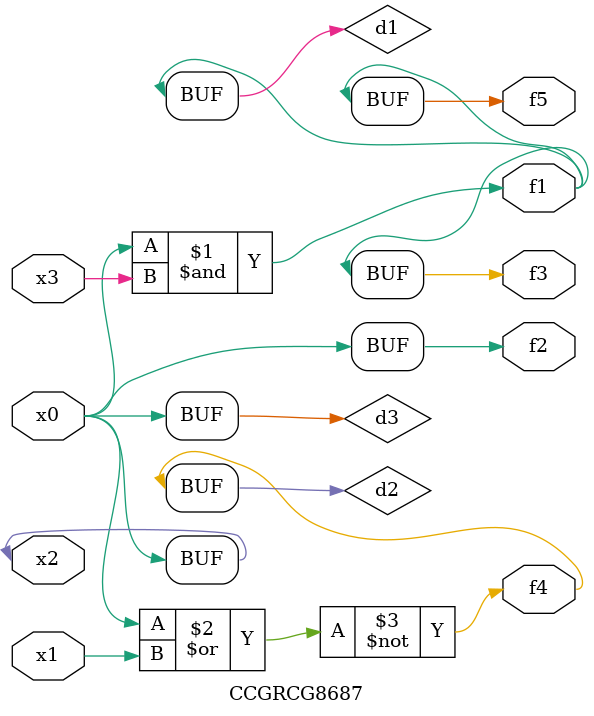
<source format=v>
module CCGRCG8687(
	input x0, x1, x2, x3,
	output f1, f2, f3, f4, f5
);

	wire d1, d2, d3;

	and (d1, x2, x3);
	nor (d2, x0, x1);
	buf (d3, x0, x2);
	assign f1 = d1;
	assign f2 = d3;
	assign f3 = d1;
	assign f4 = d2;
	assign f5 = d1;
endmodule

</source>
